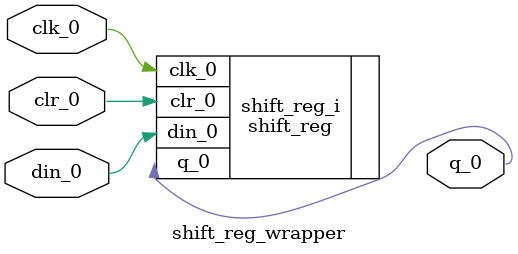
<source format=v>
`timescale 1 ps / 1 ps

module shift_reg_wrapper
   (clk_0,
    clr_0,
    din_0,
    q_0);
  input clk_0;
  input clr_0;
  input din_0;
  output q_0;

  wire clk_0;
  wire clr_0;
  wire din_0;
  wire q_0;

  shift_reg shift_reg_i
       (.clk_0(clk_0),
        .clr_0(clr_0),
        .din_0(din_0),
        .q_0(q_0));
endmodule

</source>
